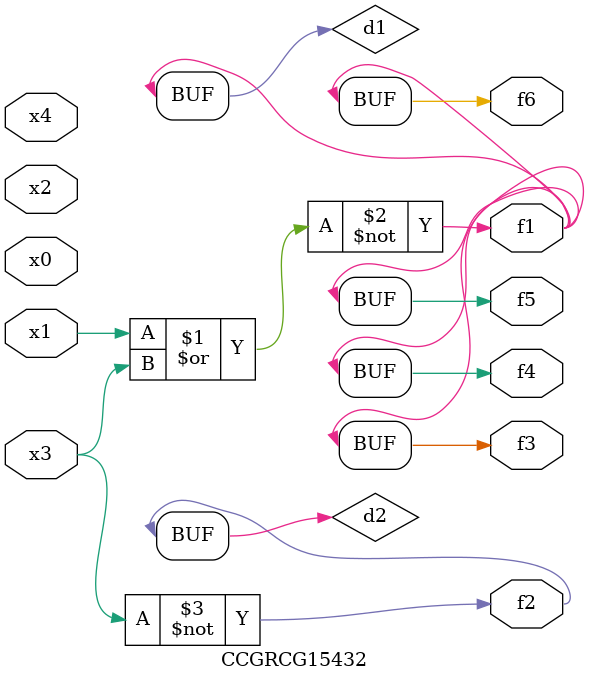
<source format=v>
module CCGRCG15432(
	input x0, x1, x2, x3, x4,
	output f1, f2, f3, f4, f5, f6
);

	wire d1, d2;

	nor (d1, x1, x3);
	not (d2, x3);
	assign f1 = d1;
	assign f2 = d2;
	assign f3 = d1;
	assign f4 = d1;
	assign f5 = d1;
	assign f6 = d1;
endmodule

</source>
